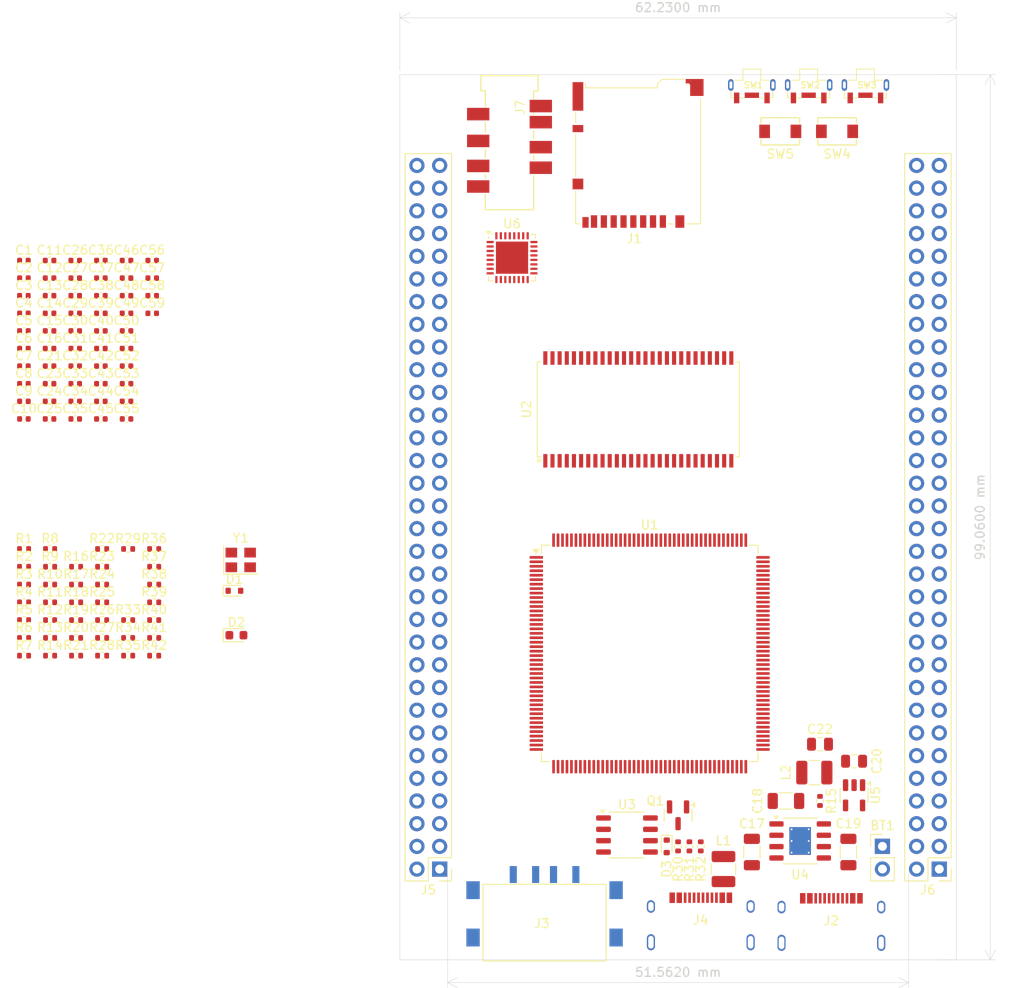
<source format=kicad_pcb>
(kicad_pcb (version 20240108) (generator "pcbnew") (generator_version "8.0")
  (layers (0 "F.Cu" signal) (31 "B.Cu" signal) (34 "B.Paste" user) (35 "F.Paste" user) (36 "B.SilkS" user "B.Silkscreen") (37 "F.SilkS" user "F.Silkscreen") (38 "B.Mask" user) (39 "F.Mask" user) (44 "Edge.Cuts" user))
  (net 0 "")
  (net 1 "/VBAT")
  (net 2 "GND")
  (net 3 "Net-(U1-VDDSMPS)")
  (net 4 "Net-(C5-Pad2)")
  (net 5 "Net-(C6-Pad2)")
  (net 6 "Net-(C7-Pad2)")
  (net 7 "Net-(U1-VDDA)")
  (net 8 "Net-(U1-VREF+)")
  (net 9 "Net-(U3-V3)")
  (net 10 "Net-(U1-PH0-OSCIN)")
  (net 11 "Net-(U1-PH1-OSCOUT)")
  (net 12 "Net-(U1-PC14-OSC32IN)")
  (net 13 "Net-(U1-PC15-OSC32OUT)")
  (net 14 "/USB5V_IN")
  (net 15 "/USB5V_OUT")
  (net 16 "Net-(U5-FB)")
  (net 17 "/PWR_3V3")
  (net 18 "Net-(C23-Pad2)")
  (net 19 "VDD")
  (net 20 "Net-(C24-Pad2)")
  (net 21 "Net-(C25-Pad2)")
  (net 22 "Net-(C26-Pad2)")
  (net 23 "Net-(C27-Pad2)")
  (net 24 "Net-(C28-Pad2)")
  (net 25 "Net-(C29-Pad2)")
  (net 26 "Net-(C30-Pad2)")
  (net 27 "Net-(C31-Pad2)")
  (net 28 "Net-(C32-Pad2)")
  (net 29 "Net-(C33-Pad2)")
  (net 30 "Net-(C34-Pad2)")
  (net 31 "Net-(C35-Pad2)")
  (net 32 "Net-(C36-Pad2)")
  (net 33 "Net-(C37-Pad2)")
  (net 34 "Net-(C38-Pad2)")
  (net 35 "Net-(C39-Pad2)")
  (net 36 "Net-(C41-Pad2)")
  (net 37 "Net-(C48-Pad2)")
  (net 38 "/NRST")
  (net 39 "Net-(C56-Pad2)")
  (net 40 "/HPRP")
  (net 41 "Net-(C57-Pad2)")
  (net 42 "/HPLP")
  (net 43 "Net-(C58-Pad2)")
  (net 44 "Net-(C59-Pad2)")
  (net 45 "/MIC_INP")
  (net 46 "Net-(D2-K)")
  (net 47 "/UART_RX")
  (net 48 "Net-(D3-K)")
  (net 49 "Net-(J2-D--PadA7)")
  (net 50 "/Shield")
  (net 51 "Net-(J2-D+-PadA6)")
  (net 52 "Net-(J2-CC2)")
  (net 53 "Net-(J2-CC1)")
  (net 54 "/USBHS1_DM")
  (net 55 "/USBHS1_DP")
  (net 56 "Net-(J4-D+-PadA6)")
  (net 57 "Net-(J4-D--PadA7)")
  (net 58 "Net-(J4-CC2)")
  (net 59 "Net-(J4-CC1)")
  (net 60 "Net-(J7-Pad7)")
  (net 61 "Net-(U4-SW)")
  (net 62 "Net-(U5-SW)")
  (net 63 "Net-(Q1-B)")
  (net 64 "Net-(Q1-C)")
  (net 65 "/UART_TX")
  (net 66 "Net-(U1-BOOT0)")
  (net 67 "Net-(U1-PDR_ON)")
  (net 68 "Net-(U1-VFBSMPS)")
  (net 69 "/VDDLDO")
  (net 70 "/MCU_0V9")
  (net 71 "/USBUart_DM")
  (net 72 "/USBUart_DP")
  (net 73 "/USBHS0_DM")
  (net 74 "/USBHS0_DP")
  (net 75 "Net-(U4-ISET)")
  (net 76 "Net-(U4-LED)")
  (net 77 "Net-(U1-VDD33_USB)")
  (net 78 "Net-(U1-VDD50_USB)")
  (net 79 "/SDIO0_D2")
  (net 80 "/SDIO0_D3")
  (net 81 "/SDIO0_CMD")
  (net 82 "/SDIO0_D0")
  (net 83 "/SDIO0_D1")
  (net 84 "Net-(R26-Pad2)")
  (net 85 "/PWREN")
  (net 86 "Net-(R27-Pad2)")
  (net 87 "/VCC")
  (net 88 "/JACK_DET")
  (net 89 "/MIC_BIAS")
  (net 90 "Net-(J9-Pin_31)")
  (net 91 "Net-(J9-Pin_35)")
  (net 92 "Net-(J9-Pin_37)")
  (net 93 "/LCD_RST")
  (net 94 "/LCD_CS")
  (net 95 "Net-(J9-Pin_38)")
  (net 96 "Net-(J9-Pin_39)")
  (net 97 "/LCD_SCK")
  (net 98 "/LCD_MOSI")
  (net 99 "Net-(J9-Pin_40)")
  (net 100 "/PA0")
  (net 214 "/EXMC_SDCLK")
  (net 215 "/EXMC_D5")
  (net 216 "/EXMC_D1")
  (net 217 "/EXMC_D7")
  (net 218 "/EXMC_D8")
  (net 219 "/EXMC_D4")
  (net 220 "/EXMC_SDNE0")
  (net 221 "/EXMC_D11")
  (net 222 "/EXMC_SDNWE")
  (net 223 "/EXMC_A4")
  (net 224 "/EXMC_BS1")
  (net 225 "/EXMC_SDCKE")
  (net 226 "/EXMC_A10")
  (net 227 "/EXMC_D13")
  (net 228 "/EXMC_A7")
  (net 229 "/EXMC_A5")
  (net 230 "/EXMC_D6")
  (net 231 "/EXMC_A2")
  (net 232 "/EXMC_D9")
  (net 233 "/EXMC_D15")
  (net 234 "/EXMC_D14")
  (net 235 "/EXMC_NBL1")
  (net 236 "/EXMC_D0")
  (net 237 "/EXMC_A11")
  (net 238 "/EXMC_A1")
  (net 239 "/EXMC_D2")
  (net 240 "/EXMC_D12")
  (net 242 "/EXMC_A3")
  (net 243 "/EXMC_A9")
  (net 244 "/EXMC_D10")
  (net 245 "/EXMC_A6")
  (net 246 "/EXMC_A12")
  (net 247 "/EXMC_SDNCAS")
  (net 248 "/EXMC_BS0")
  (net 249 "/EXMC_D3")
  (net 250 "/EXMC_A0")
  (net 251 "/EXMC_SDNRAS")
  (net 252 "/EXMC_A8")
  (net 253 "/EXMC_NBL0")
  (net 256 "Net-(U6-AGND-Pad18)")
  (net 354 "/VREF")
  (footprint "VSF:USB_C_Receptacle_Palconn_UTC16-G_DOWN1.6" (layer "F.Cu") (at 234.315 158.115)
    (property "Reference" "J4")
    (property "Value" "USB_C_Receptacle_USB2.0")
  )
  (footprint "Connector_PinHeader_2.54mm:PinHeader_1x02_P2.54mm_Vertical" (layer "F.Cu") (at 254.635 149.855)
    (property "Reference" "BT1")
    (property "Value" "Battery")
  )
  (footprint "Diode_SMD:D_SOD-523" (layer "F.Cu") (at 230.505 149.86 -90)
    (property "Reference" "D3")
    (property "Value" "1N4148")
  )
  (footprint "Capacitor_SMD:C_0402_1005Metric" (layer "F.Cu") (at 170.09 100.061)
    (property "Reference" "C54")
    (property "Value" "0.1uF")
  )
  (footprint "Capacitor_SMD:C_0402_1005Metric" (layer "F.Cu") (at 158.61 90.211)
    (property "Reference" "C4")
    (property "Value" "0.01uF")
  )
  (footprint "Capacitor_SMD:C_0402_1005Metric" (layer "F.Cu") (at 161.48 92.181)
    (property "Reference" "C15")
    (property "Value" "10PF")
  )
  (footprint "Capacitor_SMD:C_0402_1005Metric" (layer "F.Cu") (at 161.48 86.271)
    (property "Reference" "C12")
    (property "Value" "0.1uF")
  )
  (footprint "Resistor_SMD:R_0402_1005Metric" (layer "F.Cu") (at 158.63 128.521)
    (property "Reference" "R7")
    (property "Value" "5.1k")
  )
  (footprint "Resistor_SMD:R_0402_1005Metric" (layer "F.Cu") (at 170.27 126.531)
    (property "Reference" "R34")
    (property "Value" "1K")
  )
  (footprint "Capacitor_SMD:C_0402_1005Metric" (layer "F.Cu") (at 167.22 100.061)
    (property "Reference" "C44")
    (property "Value" "0.1UF")
  )
  (footprint "Capacitor_SMD:C_0402_1005Metric" (layer "F.Cu") (at 172.96 86.271)
    (property "Reference" "C57")
    (property "Value" "1uF")
  )
  (footprint "Resistor_SMD:R_0402_1005Metric" (layer "F.Cu") (at 164.45 126.531)
    (property "Reference" "R20")
    (property "Value" "0")
  )
  (footprint "Resistor_SMD:R_0402_1005Metric" (layer "F.Cu") (at 164.45 120.561)
    (property "Reference" "R17")
    (property "Value" "22K,1%")
  )
  (footprint "Capacitor_SMD:C_1206_3216Metric" (layer "F.Cu") (at 243.84 144.78)
    (property "Reference" "C18")
    (property "Value" "10uF")
  )
  (footprint "Oscillator:Oscillator_SMD_Abracon_ASE-4Pin_3.2x2.5mm" (layer "F.Cu") (at 182.86 117.811)
    (property "Reference" "Y1")
    (property "Value" "25M")
  )
  (footprint "Capacitor_SMD:C_0402_1005Metric" (layer "F.Cu") (at 167.22 92.181)
    (property "Reference" "C40")
    (property "Value" "0.1uF")
  )
  (footprint "Resistor_SMD:R_0402_1005Metric" (layer "F.Cu") (at 167.36 124.541)
    (property "Reference" "R26")
    (property "Value" "47K")
  )
  (footprint "Capacitor_SMD:C_0402_1005Metric" (layer "F.Cu") (at 164.35 86.271)
    (property "Reference" "C27")
    (property "Value" "0.1uF")
  )
  (footprint "Capacitor_SMD:C_0805_2012Metric" (layer "F.Cu") (at 247.65 138.43)
    (property "Reference" "C22")
    (property "Value" "10uF")
  )
  (footprint "Resistor_SMD:R_0402_1005Metric" (layer "F.Cu") (at 234.315 149.86 -90)
    (property "Reference" "R32")
    (property "Value" "4.7K")
  )
  (footprint "Capacitor_SMD:C_0402_1005Metric" (layer "F.Cu") (at 172.96 84.301)
    (property "Reference" "C56")
    (property "Value" "1uF")
  )
  (footprint "Resistor_SMD:R_0402_1005Metric" (layer "F.Cu") (at 167.36 126.531)
    (property "Reference" "R27")
    (property "Value" "1K")
  )
  (footprint "Resistor_SMD:R_0402_1005Metric" (layer "F.Cu") (at 167.36 120.561)
    (property "Reference" "R24")
    (property "Value" "10K")
  )
  (footprint "Resistor_SMD:R_0402_1005Metric" (layer "F.Cu") (at 173.18 118.571)
    (property "Reference" "R37")
    (property "Value" "NC")
  )
  (footprint "Resistor_SMD:R_0402_1005Metric" (layer "F.Cu") (at 170.27 124.541)
    (property "Reference" "R33")
    (property "Value" "100K")
  )
  (footprint "Resistor_SMD:R_0402_1005Metric" (layer "F.Cu") (at 173.18 122.551)
    (property "Reference" "R39")
    (property "Value" "NC")
  )
  (footprint "LED_SMD:LED_0603_1608Metric" (layer "F.Cu") (at 182.38 126.231)
    (property "Reference" "D2")
    (property "Value" "LED, RED")
  )
  (footprint "Capacitor_SMD:C_0402_1005Metric" (layer "F.Cu") (at 161.48 96.121)
    (property "Reference" "C21")
    (property "Value" "22pF")
  )
  (footprint "Resistor_SMD:R_0402_1005Metric" (layer "F.Cu") (at 161.54 118.571)
    (property "Reference" "R9")
    (property "Value" "22")
  )
  (footprint "Capacitor_SMD:C_0402_1005Metric" (layer "F.Cu") (at 158.61 86.271)
    (property "Reference" "C2")
    (property "Value" "10uF")
  )
  (footprint "Capacitor_SMD:C_0402_1005Metric" (layer "F.Cu") (at 167.22 102.031)
    (property "Reference" "C45")
    (property "Value" "2.2UF")
  )
  (footprint "Resistor_SMD:R_0402_1005Metric" (layer "F.Cu") (at 158.63 118.571)
    (property "Reference" "R2")
    (property "Value" "10K")
  )
  (footprint "Connector_Card:microSD_HC_Hirose_DM3BT-DSF-PEJS" (layer "F.Cu") (at 227.3 72.315 180)
    (property "Reference" "J1")
    (property "Value" "Micro_SD_Card_Det1")
  )
  (footprint "Capacitor_SMD:C_0402_1005Metric" (layer "F.Cu") (at 164.35 98.091)
    (property "Reference" "C33")
    (property "Value" "0.1uF")
  )
  (footprint "Resistor_SMD:R_0402_1005Metric" (layer "F.Cu") (at 173.18 120.561)
    (property "Reference" "R38")
    (property "Value" "NC")
  )
  (footprint "Capacitor_SMD:C_0402_1005Metric" (layer "F.Cu") (at 170.09 96.121)
    (property "Reference" "C52")
    (property "Value" "0.1uF")
  )
  (footprint "Capacitor_SMD:C_0402_1005Metric" (layer "F.Cu") (at 170.09 102.031)
    (property "Reference" "C55")
    (property "Value" "0.1uF")
  )
  (footprint "Resistor_SMD:R_0402_1005Metric" (layer "F.Cu") (at 164.45 118.571)
    (property "Reference" "R16")
    (property "Value" "10k")
  )
  (footprint "Inductor_SMD:L_1210_3225Metric" (layer "F.Cu") (at 236.855 152.4 -90)
    (property "Reference" "L1")
    (property "Value" "2.2uH 1.2A")
  )
  (footprint "VSF:Key_2Pin_2.9X4.3" (layer "F.Cu") (at 243.205 69.85)
    (property "Reference" "SW5")
    (property "Value" "SW_Push")
  )
  (footprint "Resistor_SMD:R_0402_1005Metric" (layer "F.Cu") (at 161.54 122.551)
    (property "Reference" "R11")
    (property "Value" "5.1k")
  )
  (footprint "VSF:USB-A-8.5_DOWN3.4" (layer "F.Cu") (at 216.845 153.9621 180)
    (property "Reference" "J3")
    (property "Value" "USB_A")
  )
  (footprint "Resistor_SMD:R_0402_1005Metric" (layer "F.Cu") (at 167.36 116.581)
    (property "Reference" "R22")
    (property "Value" "10K")
  )
  (footprint "Capacitor_SMD:C_0402_1005Metric" (layer "F.Cu") (at 170.09 92.181)
    (property "Reference" "C50")
    (property "Value" "0.1uF")
  )
  (footprint "Capacitor_SMD:C_1206_3216Metric" (layer "F.Cu") (at 250.825 150.495 90)
    (property "Reference" "C19")
    (property "Value" "22uF")
  )
  (footprint "Capacitor_SMD:C_0402_1005Metric" (layer "F.Cu") (at 161.48 88.241)
    (property "Reference" "C13")
    (property "Value" "20PF")
  )
  (footprint "Capacitor_SMD:C_0402_1005Metric" (layer "F.Cu") (at 172.96 88.241)
    (property "Reference" "C58")
    (property "Value" "1uF")
  )
  (footprint "Capacitor_SMD:C_0402_1005Metric" (layer "F.Cu") (at 170.09 90.211)
    (property "Reference" "C49")
    (property "Value" "0.1uF")
  )
  (footprint "Capacitor_SMD:C_0402_1005Metric" (layer "F.Cu") (at 161.48 90.211)
    (property "Reference" "C14")
    (property "Value" "20PF")
  )
  (footprint "Resistor_SMD:R_0402_1005Metric" (layer "F.Cu") (at 233.045 149.86 -90)
    (property "Reference" "R31")
    (property "Value" "4.7K")
  )
  (footprint "Resistor_SMD:R_0402_1005Metric" (layer "F.Cu") (at 164.45 122.551)
    (property "Reference" "R18")
    (property "Value" "100K,1%")
  )
  (footprint "Package_SO:TSOP-II-54_22.2x10.16mm_P0.8mm" (layer "F.Cu") (at 227.33 100.965 90)
    (property "Reference" "U2")
    (property "Value" "MT48LC16M16A2TG")
  )
  (footprint "Resistor_SMD:R_0402_1005Metric" (layer "F.Cu") (at 158.63 120.561)
    (property "Reference" "R3")
    (property "Value" "0")
  )
  (footprint "Resistor_SMD:R_0402_1005Metric" (layer "F.Cu") (at 161.54 124.541)
    (property "Reference" "R12")
    (property "Value" "5.1k")
  )
  (footprint "Resistor_SMD:R_0402_1005Metric" (layer "F.Cu") (at 173.18 128.521)
    (property "Reference" "R42")
    (property "Value" "NC")
  )
  (footprint "Capacitor_SMD:C_0402_1005Metric" (layer "F.Cu") (at 161.48 84.301)
    (property "Reference" "C11")
    (property "Value" "1uF")
  )
  (footprint "Capacitor_SMD:C_0402_1005Metric" (layer "F.Cu") (at 158.61 102.031)
    (property "Reference" "C10")
    (property "Value" "0.01uF")
  )
  (footprint "VSF:USB_C_Receptacle_Palconn_UTC16-G_DOWN1.6" (layer "F.Cu") (at 248.92 158.18)
    (property "Reference" "J2")
    (property "Value" "USB_C_Receptacle_USB2.0")
  )
  (footprint "VSF:JHA004" (layer "F.Cu") (at 252.73 66.11)
    (property "Reference" "SW3")
    (property "Value" "SW_Push")
  )
  (footprint "Resistor_SMD:R_0402_1005Metric" (layer "F.Cu") (at 173.18 124.541)
    (property "Reference" "R40")
    (property "Value" "NC")
  )
  (footprint "Capacitor_SMD:C_0402_1005Metric" (layer "F.Cu") (at 167.22 90.211)
    (property "Reference" "C39")
    (property "Value" "0.1uF")
  )
  (footprint "Package_DFN_QFN:QFN-32-1EP_5x5mm_P0.5mm_EP3.6x3.6mm" (layer "F.Cu") (at 213.205 83.984)
    (property "Reference" "U6")
    (property "Value" "CS4265")
  )
  (footprint "Capacitor_SMD:C_0402_1005Metric" (layer "F.Cu") (at 167.22 86.271)
    (property "Reference" "C37")
    (property "Value" "0.1uF")
  )
  (footprint "Capacitor_SMD:C_0402_1005Metric" (layer "F.Cu") (at 158.61 96.121)
    (property "Reference" "C7")
    (property "Value" "10uF")
  )
  (footprint "Capacitor_SMD:C_0402_1005Metric" (layer "F.Cu") (at 170.09 98.091)
    (property "Reference" "C53")
    (property "Value" "0.1uF")
  )
  (footprint "Resistor_SMD:R_0402_1005Metric" (layer "F.Cu") (at 167.36 128.521)
    (property "Reference" "R28")
    (property "Value" "47K")
  )
  (footprint "Capacitor_SMD:C_0402_1005Metric" (layer "F.Cu") (at 161.48 98.091)
    (property "Reference" "C23")
    (property "Value" "0.1uF")
  )
  (footprint "Resistor_SMD:R_0402_1005Metric" (layer "F.Cu") (at 170.27 116.581)
    (property "Reference" "R29")
    (property "Value" "10K")
  )
  (footprint "Capacitor_SMD:C_0402_1005Metric" (layer "F.Cu") (at 170.09 84.301)
    (property "Reference" "C46")
    (property "Value" "0.1UF")
  )
  (footprint "Connector_PinHeader_2.54mm:PinHeader_2x32_P2.54mm_Vertical" (layer "F.Cu") (at 205.11 152.405 180)
    (property "Reference" "J5")
    (property "Value" "Conn_02x32_Odd_Even")
  )
  (footprint "Capacitor_SMD:C_0402_1005Metric" (layer "F.Cu") (at 164.35 88.241)
    (property "Reference" "C28")
    (property "Value" "0.1uF")
  )
  (footprint "Capacitor_SMD:C_0402_1005Metric" (layer "F.Cu") (at 164.35 90.211)
    (property "Reference" "C29")
    (property "Value" "0.1uF")
  )
  (footprint "Resistor_SMD:R_0402_1005Metric" (layer "F.Cu") (at 164.45 128.521)
    (property "Reference" "R21")
    (property "Value" "10K")
  )
  (footprint "Capacitor_SMD:C_0402_1005Metric" (layer "F.Cu") (at 161.48 94.151)
    (property "Reference" "C16")
    (property "Value" "10PF")
  )
  (footprint "Package_TO_SOT_SMD:SOT-23" (layer "F.Cu") (at 231.775 146.3825 -90)
    (property "Reference" "Q1")
    (property "Value" "PMBT3904")
  )
  (footprint "Resistor_SMD:R_0402_1005Metric" (layer "F.Cu") (at 158.63 124.541)
    (property "Reference" "R5")
    (property "Value" "0")
  )
  (footprint "Package_SO:SOP-8_3.9x4.9mm_P1.27mm" (layer "F.Cu") (at 226.06 148.59)
    (property "Reference" "U3")
    (property "Value" "CH340N")
  )
  (footprint "Resistor_SMD:R_0402_1005Metric" (layer "F.Cu") (at 173.18 126.531)
    (property "Reference" "R41")
    (property "Value" "NC")
  )
  (footprint "Package_QFP:LQFP-176_24x24mm_P0.5mm" (layer "F.Cu") (at 228.6 128.27)
    (property "Reference" "U1")
    (property "Value" "GD32H759_LQFP176")
  )
  (footprint "Capacitor_SMD:C_0402_1005Metric" (layer "F.Cu") (at 167.22 88.241)
    (property "Reference" "C38")
    (property "Value" "0.1uF")
  )
  (footprint "Capacitor_SMD:C_0805_2012Metric" (layer "F.Cu") (at 251.46 140.335 180)
    (property "Reference" "C20")
    (property "Value" "10uF")
  )
  (footprint "Capacitor_SMD:C_0402_1005Metric" (layer "F.Cu") (at 164.35 84.301)
    (property "Reference" "C26")
    (property "Value" "0.1uF")
  )
  (footprint "Resistor_SMD:R_0402_1005Metric" (layer "F.Cu") (at 158.63 116.581)
    (property "Reference" "R1")
    (property "Value" "10K")
  )
  (footprint "Capacitor_SMD:C_0402_1005Metric" (layer "F.Cu") (at 158.61 84.301)
    (property "Reference" "C1")
    (property "Value" "10uF")
  )
  (footprint "Capacitor_SMD:C_0402_1005Metric" (layer "F.Cu") (at 164.35 94.151)
    (property "Reference" "C31")
    (property "Value" "0.1uF")
  )
  (footprint "Package_TO_SOT_SMD:SOT-23-5" (layer "F.Cu") (at 251.46 144.145 -90)
    (property "Reference" "U5")
    (property "Value" "ETA3486")
  )
  (footprint "Resistor_SMD:R_0402_1005Metric" (layer "F.Cu") (at 161.54 116.581)
    (property "Reference" "R8")
    (property "Value" "22")
  )
  (footprint "VSF:JHA004" (layer "F.Cu") (at 240.03 66.11)
    (property "Reference" "SW1")
    (property "Value" "SW_Push")
  )
  (footprint "Resistor_SMD:R_0402_1005Metric" (layer "F.Cu") (at 167.36 118.571)
    (property "Reference" "R23")
    (property "Value" "10K")
  )
  (footprint "Resistor_SMD:R_0402_1005Metric" (layer "F.Cu") (at 161.54 120.561)
    (property "Reference" "R10")
    (property "Value" "0")
  )
  (footprint "Resistor_SMD:R_0402_1005Metric" (layer "F.Cu") (at 170.27 128.521)
    (property "Reference" "R35")
    (property "Value" "2.2K")
  )
  (footprint "Resistor_SMD:R_0402_1005Metric" (layer "F.Cu") (at 231.775 149.86 90)
    (property "Reference" "R30")
    (property "Value" "4.7K")
  )
  (footprint "Capacitor_SMD:C_0402_1005Metric" (layer "F.Cu") (at 161.48 100.061)
    (property "Reference" "C24")
    (property "Value" "0.1uF")
  )
  (footprint "Connector_PinHeader_2.54mm:PinHeader_2x32_P2.54mm_Vertical" (layer "F.Cu") (at 260.99 152.405 180)
    (property "Reference" "J6")
    (property "Value" "Conn_02x32_Odd_Even")
  )
  (footprint "Capacitor_SMD:C_0402_1005Metric" (layer "F.Cu") (at 164.35 92.181)
    (property "Reference" "C30")
    (property "Value" "0.1uF")
  )
  (footprint "VSF:PJ-393" (layer "F.Cu") (at 212.923 65.12 -90)
    (property "Reference" "J7")
    (property "Value" "PJ-393-USA")
  )
  (footprint "Capacitor_SMD:C_0402_1005Metric" (layer "F.Cu") (at 172.96 90.211)
    (property "Reference" "C59")
    (property "Value" "0.1uF")
  )
  (footprint "Capacitor_SMD:C_1206_3216Metric" (layer "F.Cu") (at 240.03 150.495 -90)
    (property "Reference" "C17")
    (property "Value" "10uF")
  )
  (footprint "Capacitor_SMD:C_0402_1005Metric" (layer "F.Cu") (at 158.61 100.061)
    (property "Reference" "C9")
    (property "Value" "0.01uF")
  )
  (footprint "Package_SO:HSOP-8-1EP_3.9x4.9mm_P1.27mm_EP2.41x3.1mm_ThermalVias" (layer "F.Cu") (at 245.43 149.255)
    (property "Reference" "U4")
    (property "Value" "ETA9638")
  )
  (footprint "Capacitor_SMD:C_0402_1005Metric" (layer "F.Cu") (at 167.22 84.301)
    (property "Reference" "C36")
    (property "Value" "0.1uF")
  )
  (footprint "Capacitor_SMD:C_0402_1005Metric" (layer "F.Cu") (at 164.35 96.121)
    (property "Reference" "C32")
    (property "Value" "0.1uF")
  )
  (footprint "Resistor_SMD:R_0402_1005Metric" (layer "F.Cu") (at 161.54 128.521)
    (property "Reference" "R14")
    (property "Value" "22")
  )
  (footprint "Capacitor_SMD:C_0402_1005Metric" (layer "F.Cu") (at 167.22 98.091)
    (property "Reference" "C43")
    (property "Value" "2.2UF")
  )
  (footprint "Resistor_SMD:R_0402_1005Metric" (layer "F.Cu") (at 247.65 144.78 -90)
    (property "Reference" "R15")
    (property "Value" "2k, 1%")
  )
  (footprint "Capacitor_SMD:C_0402_1005Metric" (layer "F.Cu") (at 170.09 88.241)
    (property "Reference" "C48")
    (property "Value" "0.1uF")
  )
  (footprint "Diode_SMD:D_SOD-523" (layer "F.Cu") (at 182.155 121.261)
    (property "Reference" "D1")
    (property "Value" "LESD5Z5.0CT1G")
  )
  (footprint "VSF:Key_2Pin_2.9X4.3" (layer "F.Cu") (at 249.555 69.85)
    (property "Reference" "SW4")
    (property "Value" "SW_Push")
  )
  (footprint "Resistor_SMD:R_0402_1005Metric" (layer "F.Cu") (at 158.63 122.551)
    (property "Reference" "R4")
    (property "Value" "0")
  )
  (footprint "Capacitor_SMD:C_0402_1005Metric" (layer "F.Cu") (at 167.22 94.151)
    (property "Reference" "C41")
    (property "Value" "2.2UF")
  )
  (footprint "Resistor_SMD:R_0402_1005Metric" (layer "F.Cu") (at 161.54 126.531)
    (property "Reference" "R13")
    (property "Value" "22")
  )
  (footprint "Resistor_SMD:R_0402_1005Metric" (layer "F.Cu") (at 158.63 126.531)
    (property "Reference" "R6")
    (property "Value" "5.1k")
  )
  (footprint "Capacitor_SMD:C_0402_1005Metric" (layer "F.Cu") (at 158.61 94.151)
    (property "Reference" "C6")
    (property "Value" "10uF")
  )
  (footprint "Capacitor_SMD:C_0402_1005Metric" (layer "F.Cu") (at 167.22 96.121)
    (property "Reference" "C42")
    (property "Value" "0.1UF")
  )
  (footprint "Capacitor_SMD:C_0402_1005Metric" (layer "F.Cu") (at 161.48 102.031)
    (property "Reference" "C25")
    (property "Value" "0.1uF")
  )
  (footprint "Inductor_SMD:L_1210_3225Metric" (layer "F.Cu") (at 247.015 141.605 180)
    (property "Reference" "L2")
    (property "Value" "4.7uH")
  )
  (footprint "Capacitor_SMD:C_0402_1005Metric" (layer "F.Cu") (at 164.35 102.031)
    (property "Reference" "C35")
    (property "Value" "0.1uF")
  )
  (footprint "VSF:JHA004" (layer "F.Cu") (at 246.38 66.11)
    (property "Reference" "SW2")
    (property "Value" "SW_Push")
  )
  (footprint "Resistor_SMD:R_0402_1005Metric" (layer "F.Cu") (at 167.36 122.551)
    (property "Reference" "R25")
    (property "Value" "10K")
  )
  (footprint "Capacitor_SMD:C_0402_1005Metric" (layer "F.Cu") (at 158.61 92.181)
    (property "Reference" "C5")
    (property "Value" "10uF")
  )
  (footprint "Capacitor_SMD:C_0402_1005Metric" (layer "F.Cu") (at 170.09 94.151)
    (property "Reference" "C51")
    (property "Value" "0.1uF")
  )
  (footprint "Resistor_SMD:R_0402_1005Metric" (layer "F.Cu") (at 173.18 116.581)
    (property "Reference" "R36")
    (property "Value" "2K")
  )
  (footprint "Capacitor_SMD:C_0402_1005Metric" (layer "F.Cu") (at 164.35 100.061)
    (property "Reference" "C34")
    (property "Value" "0.1uF")
  )
  (footprint "Resistor_SMD:R_0402_1005Metric" (layer "F.Cu") (at 164.45 124.541)
    (property "Reference" "R19")
    (property "Value" "0")
  )
  (footprint "Capacitor_SMD:C_0402_1005Metric" (layer "F.Cu") (at 158.61 98.091)
    (property "Reference" "C8")
    (property "Value" "1uF")
  )
  (footprint "Capacitor_SMD:C_0402_1005Metric" (layer "F.Cu") (at 170.09 86.271)
    (property "Reference" "C47")
    (property "Value" "0.1uF")
  )
  (footprint "Capacitor_SMD:C_0402_1005Metric" (layer "F.Cu") (at 158.61 88.241)
    (property "Reference" "C3")
    (property "Value" "0.1uF")
  )
  (gr_line (start 262.89 162.56) (end 200.66 162.56) (stroke (width 0.05)) (layer "Edge.Cuts"))
  (gr_line (start 200.66 63.5) (end 262.89 63.5) (stroke (width 0.05)) (layer "Edge.Cuts"))
  (gr_line (start 262.89 162.56) (end 262.89 63.5) (stroke (width 0.05)) (layer "Edge.Cuts"))
  (gr_line (start 200.66 63.5) (end 200.66 162.56) (stroke (width 0.05)) (layer "Edge.Cuts"))
  (dimension (type aligned) (layer "Edge.Cuts") (pts (xy 260.35 162.56) (xy 260.35 63.5)) (height 6.35) (gr_text "99.0600 mm" (at 265.55 113.03 90) (layer "Edge.Cuts") (effects (font (size 1 1) (thickness 0.15)))) (format (prefix "") (suffix "") (units 3) (units_format 1) (precision 4)) (style (thickness 0.05) (arrow_length 1.27) (text_position_mode 0) (extension_height 0.58642) (extension_offset 0.5) keep_text_aligned))
  (dimension (type aligned) (layer "Edge.Cuts") (pts (xy 262.89 63.5) (xy 200.66 63.5)) (height 6.35) (gr_text "62.2300 mm" (at 231.775 56 0) (layer "Edge.Cuts") (effects (font (size 1 1) (thickness 0.15)))) (format (prefix "") (suffix "") (units 3) (units_format 1) (precision 4)) (style (thickness 0.05) (arrow_length 1.27) (text_position_mode 0) (extension_height 0.58642) (extension_offset 0.5) keep_text_aligned))
  (dimension (type aligned) (layer "Edge.Cuts") (pts (xy 205.994 152.4) (xy 257.556 152.4)) (height 12.7) (gr_text "51.5620 mm" (at 231.775 163.95 0) (layer "Edge.Cuts") (effects (font (size 1 1) (thickness 0.15)))) (format (prefix "") (suffix "") (units 3) (units_format 1) (precision 4)) (style (thickness 0.05) (arrow_length 1.27) (text_position_mode 0) (extension_height 0.58642) (extension_offset 0.5) keep_text_aligned))
)
</source>
